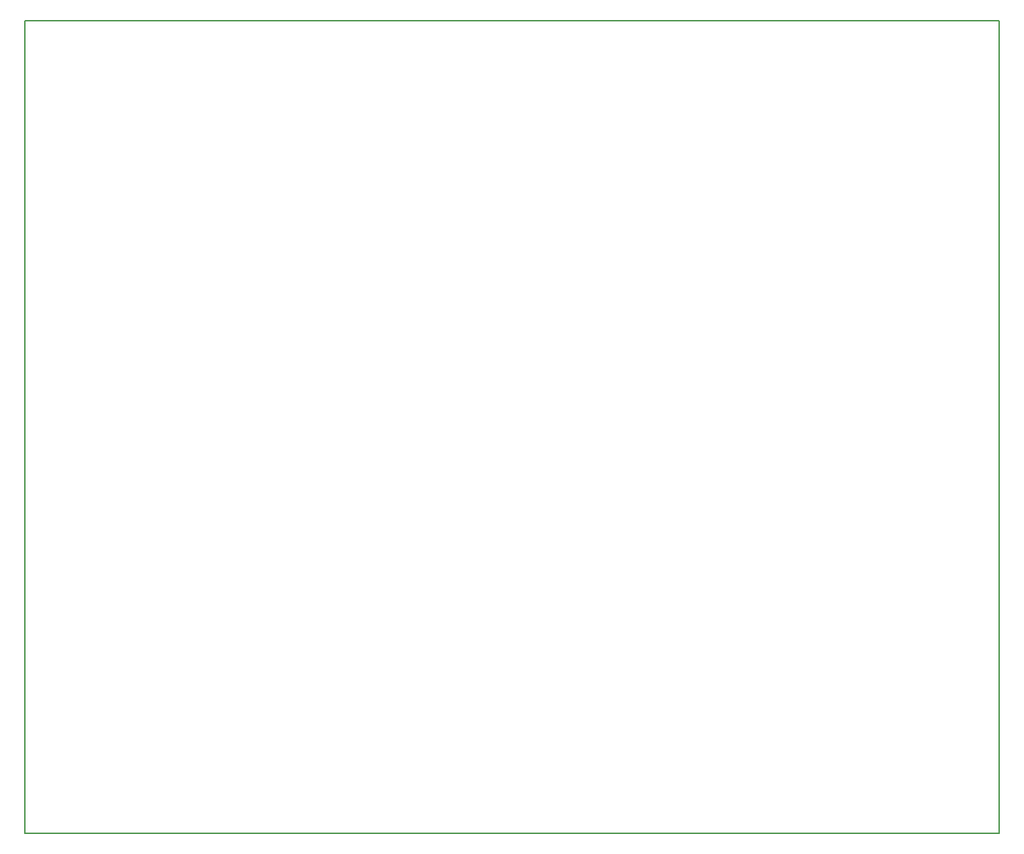
<source format=gbr>
G04 #@! TF.FileFunction,Profile,NP*
%FSLAX46Y46*%
G04 Gerber Fmt 4.6, Leading zero omitted, Abs format (unit mm)*
G04 Created by KiCad (PCBNEW 4.0.7) date 11/28/18 07:40:14*
%MOMM*%
%LPD*%
G01*
G04 APERTURE LIST*
%ADD10C,0.100000*%
%ADD11C,0.150000*%
G04 APERTURE END LIST*
D10*
D11*
X119450000Y0D02*
X0Y0D01*
X119450000Y-99618800D02*
X119450000Y0D01*
X0Y-99618800D02*
X119450000Y-99618800D01*
X0Y0D02*
X0Y-99618800D01*
M02*

</source>
